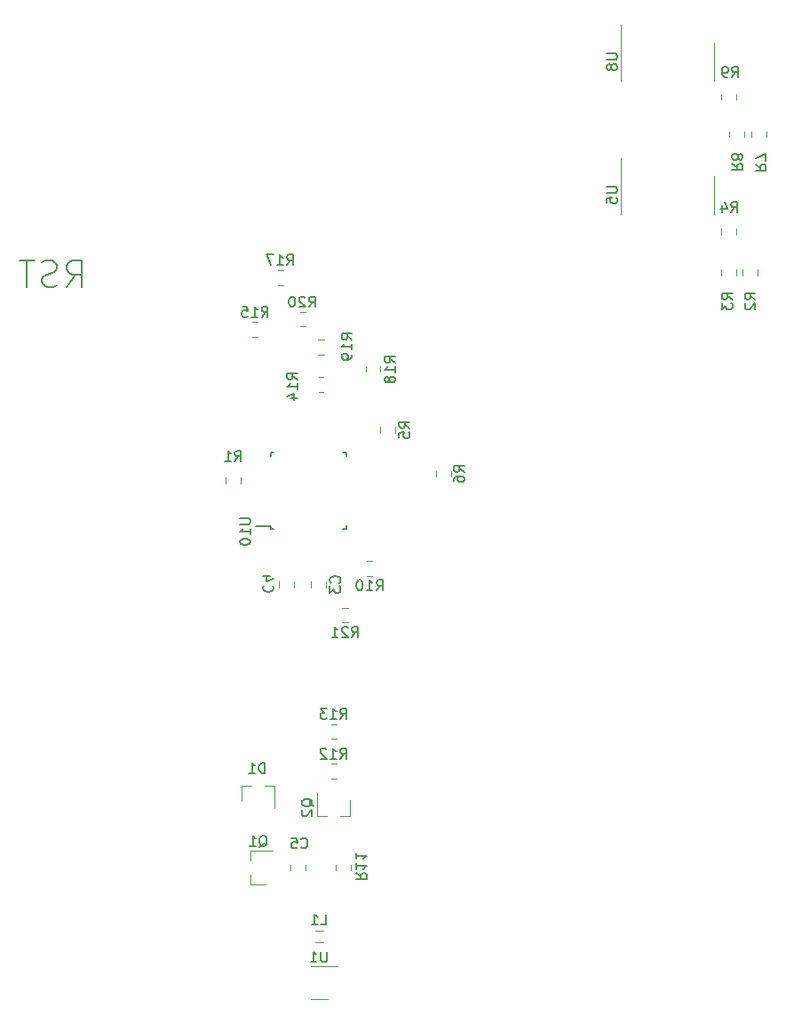
<source format=gbr>
G04 #@! TF.GenerationSoftware,KiCad,Pcbnew,(5.99.0-6545-gfc5120553)*
G04 #@! TF.CreationDate,2020-10-25T16:43:41-04:00*
G04 #@! TF.ProjectId,imperializer,696d7065-7269-4616-9c69-7a65722e6b69,1.22*
G04 #@! TF.SameCoordinates,Original*
G04 #@! TF.FileFunction,Legend,Bot*
G04 #@! TF.FilePolarity,Positive*
%FSLAX46Y46*%
G04 Gerber Fmt 4.6, Leading zero omitted, Abs format (unit mm)*
G04 Created by KiCad (PCBNEW (5.99.0-6545-gfc5120553)) date 2020-10-25 16:43:41*
%MOMM*%
%LPD*%
G01*
G04 APERTURE LIST*
%ADD10C,0.150000*%
%ADD11C,0.120000*%
G04 APERTURE END LIST*
D10*
X73569047Y-55730952D02*
X74402380Y-54540476D01*
X74997619Y-55730952D02*
X74997619Y-53230952D01*
X74045238Y-53230952D01*
X73807142Y-53350000D01*
X73688095Y-53469047D01*
X73569047Y-53707142D01*
X73569047Y-54064285D01*
X73688095Y-54302380D01*
X73807142Y-54421428D01*
X74045238Y-54540476D01*
X74997619Y-54540476D01*
X72616666Y-55611904D02*
X72259523Y-55730952D01*
X71664285Y-55730952D01*
X71426190Y-55611904D01*
X71307142Y-55492857D01*
X71188095Y-55254761D01*
X71188095Y-55016666D01*
X71307142Y-54778571D01*
X71426190Y-54659523D01*
X71664285Y-54540476D01*
X72140476Y-54421428D01*
X72378571Y-54302380D01*
X72497619Y-54183333D01*
X72616666Y-53945238D01*
X72616666Y-53707142D01*
X72497619Y-53469047D01*
X72378571Y-53350000D01*
X72140476Y-53230952D01*
X71545238Y-53230952D01*
X71188095Y-53350000D01*
X70473809Y-53230952D02*
X69045238Y-53230952D01*
X69759523Y-55730952D02*
X69759523Y-53230952D01*
X92130357Y-58602380D02*
X92463690Y-58126190D01*
X92701785Y-58602380D02*
X92701785Y-57602380D01*
X92320833Y-57602380D01*
X92225595Y-57650000D01*
X92177976Y-57697619D01*
X92130357Y-57792857D01*
X92130357Y-57935714D01*
X92177976Y-58030952D01*
X92225595Y-58078571D01*
X92320833Y-58126190D01*
X92701785Y-58126190D01*
X91177976Y-58602380D02*
X91749404Y-58602380D01*
X91463690Y-58602380D02*
X91463690Y-57602380D01*
X91558928Y-57745238D01*
X91654166Y-57840476D01*
X91749404Y-57888095D01*
X90273214Y-57602380D02*
X90749404Y-57602380D01*
X90797023Y-58078571D01*
X90749404Y-58030952D01*
X90654166Y-57983333D01*
X90416071Y-57983333D01*
X90320833Y-58030952D01*
X90273214Y-58078571D01*
X90225595Y-58173809D01*
X90225595Y-58411904D01*
X90273214Y-58507142D01*
X90320833Y-58554761D01*
X90416071Y-58602380D01*
X90654166Y-58602380D01*
X90749404Y-58554761D01*
X90797023Y-58507142D01*
X95552380Y-64557142D02*
X95076190Y-64223809D01*
X95552380Y-63985714D02*
X94552380Y-63985714D01*
X94552380Y-64366666D01*
X94600000Y-64461904D01*
X94647619Y-64509523D01*
X94742857Y-64557142D01*
X94885714Y-64557142D01*
X94980952Y-64509523D01*
X95028571Y-64461904D01*
X95076190Y-64366666D01*
X95076190Y-63985714D01*
X95552380Y-65509523D02*
X95552380Y-64938095D01*
X95552380Y-65223809D02*
X94552380Y-65223809D01*
X94695238Y-65128571D01*
X94790476Y-65033333D01*
X94838095Y-64938095D01*
X94885714Y-66366666D02*
X95552380Y-66366666D01*
X94504761Y-66128571D02*
X95219047Y-65890476D01*
X95219047Y-66509523D01*
X98361904Y-119052380D02*
X98361904Y-119861904D01*
X98314285Y-119957142D01*
X98266666Y-120004761D01*
X98171428Y-120052380D01*
X97980952Y-120052380D01*
X97885714Y-120004761D01*
X97838095Y-119957142D01*
X97790476Y-119861904D01*
X97790476Y-119052380D01*
X96790476Y-120052380D02*
X97361904Y-120052380D01*
X97076190Y-120052380D02*
X97076190Y-119052380D01*
X97171428Y-119195238D01*
X97266666Y-119290476D01*
X97361904Y-119338095D01*
X97766666Y-116502380D02*
X98242857Y-116502380D01*
X98242857Y-115502380D01*
X96909523Y-116502380D02*
X97480952Y-116502380D01*
X97195238Y-116502380D02*
X97195238Y-115502380D01*
X97290476Y-115645238D01*
X97385714Y-115740476D01*
X97480952Y-115788095D01*
X139187180Y-56932533D02*
X138710990Y-56599200D01*
X139187180Y-56361104D02*
X138187180Y-56361104D01*
X138187180Y-56742057D01*
X138234800Y-56837295D01*
X138282419Y-56884914D01*
X138377657Y-56932533D01*
X138520514Y-56932533D01*
X138615752Y-56884914D01*
X138663371Y-56837295D01*
X138710990Y-56742057D01*
X138710990Y-56361104D01*
X138282419Y-57313485D02*
X138234800Y-57361104D01*
X138187180Y-57456342D01*
X138187180Y-57694438D01*
X138234800Y-57789676D01*
X138282419Y-57837295D01*
X138377657Y-57884914D01*
X138472895Y-57884914D01*
X138615752Y-57837295D01*
X139187180Y-57265866D01*
X139187180Y-57884914D01*
X136866666Y-48652380D02*
X137200000Y-48176190D01*
X137438095Y-48652380D02*
X137438095Y-47652380D01*
X137057142Y-47652380D01*
X136961904Y-47700000D01*
X136914285Y-47747619D01*
X136866666Y-47842857D01*
X136866666Y-47985714D01*
X136914285Y-48080952D01*
X136961904Y-48128571D01*
X137057142Y-48176190D01*
X137438095Y-48176190D01*
X136009523Y-47985714D02*
X136009523Y-48652380D01*
X136247619Y-47604761D02*
X136485714Y-48319047D01*
X135866666Y-48319047D01*
X137002780Y-56932533D02*
X136526590Y-56599200D01*
X137002780Y-56361104D02*
X136002780Y-56361104D01*
X136002780Y-56742057D01*
X136050400Y-56837295D01*
X136098019Y-56884914D01*
X136193257Y-56932533D01*
X136336114Y-56932533D01*
X136431352Y-56884914D01*
X136478971Y-56837295D01*
X136526590Y-56742057D01*
X136526590Y-56361104D01*
X136002780Y-57265866D02*
X136002780Y-57884914D01*
X136383733Y-57551580D01*
X136383733Y-57694438D01*
X136431352Y-57789676D01*
X136478971Y-57837295D01*
X136574209Y-57884914D01*
X136812304Y-57884914D01*
X136907542Y-57837295D01*
X136955161Y-57789676D01*
X137002780Y-57694438D01*
X137002780Y-57408723D01*
X136955161Y-57313485D01*
X136907542Y-57265866D01*
X125012380Y-33528095D02*
X125821904Y-33528095D01*
X125917142Y-33575714D01*
X125964761Y-33623333D01*
X126012380Y-33718571D01*
X126012380Y-33909047D01*
X125964761Y-34004285D01*
X125917142Y-34051904D01*
X125821904Y-34099523D01*
X125012380Y-34099523D01*
X125440952Y-34718571D02*
X125393333Y-34623333D01*
X125345714Y-34575714D01*
X125250476Y-34528095D01*
X125202857Y-34528095D01*
X125107619Y-34575714D01*
X125060000Y-34623333D01*
X125012380Y-34718571D01*
X125012380Y-34909047D01*
X125060000Y-35004285D01*
X125107619Y-35051904D01*
X125202857Y-35099523D01*
X125250476Y-35099523D01*
X125345714Y-35051904D01*
X125393333Y-35004285D01*
X125440952Y-34909047D01*
X125440952Y-34718571D01*
X125488571Y-34623333D01*
X125536190Y-34575714D01*
X125631428Y-34528095D01*
X125821904Y-34528095D01*
X125917142Y-34575714D01*
X125964761Y-34623333D01*
X126012380Y-34718571D01*
X126012380Y-34909047D01*
X125964761Y-35004285D01*
X125917142Y-35051904D01*
X125821904Y-35099523D01*
X125631428Y-35099523D01*
X125536190Y-35051904D01*
X125488571Y-35004285D01*
X125440952Y-34909047D01*
X136966666Y-35752380D02*
X137300000Y-35276190D01*
X137538095Y-35752380D02*
X137538095Y-34752380D01*
X137157142Y-34752380D01*
X137061904Y-34800000D01*
X137014285Y-34847619D01*
X136966666Y-34942857D01*
X136966666Y-35085714D01*
X137014285Y-35180952D01*
X137061904Y-35228571D01*
X137157142Y-35276190D01*
X137538095Y-35276190D01*
X136490476Y-35752380D02*
X136300000Y-35752380D01*
X136204761Y-35704761D01*
X136157142Y-35657142D01*
X136061904Y-35514285D01*
X136014285Y-35323809D01*
X136014285Y-34942857D01*
X136061904Y-34847619D01*
X136109523Y-34800000D01*
X136204761Y-34752380D01*
X136395238Y-34752380D01*
X136490476Y-34800000D01*
X136538095Y-34847619D01*
X136585714Y-34942857D01*
X136585714Y-35180952D01*
X136538095Y-35276190D01*
X136490476Y-35323809D01*
X136395238Y-35371428D01*
X136204761Y-35371428D01*
X136109523Y-35323809D01*
X136061904Y-35276190D01*
X136014285Y-35180952D01*
X136961619Y-44007066D02*
X137437809Y-44340400D01*
X136961619Y-44578495D02*
X137961619Y-44578495D01*
X137961619Y-44197542D01*
X137914000Y-44102304D01*
X137866380Y-44054685D01*
X137771142Y-44007066D01*
X137628285Y-44007066D01*
X137533047Y-44054685D01*
X137485428Y-44102304D01*
X137437809Y-44197542D01*
X137437809Y-44578495D01*
X137533047Y-43435638D02*
X137580666Y-43530876D01*
X137628285Y-43578495D01*
X137723523Y-43626114D01*
X137771142Y-43626114D01*
X137866380Y-43578495D01*
X137914000Y-43530876D01*
X137961619Y-43435638D01*
X137961619Y-43245161D01*
X137914000Y-43149923D01*
X137866380Y-43102304D01*
X137771142Y-43054685D01*
X137723523Y-43054685D01*
X137628285Y-43102304D01*
X137580666Y-43149923D01*
X137533047Y-43245161D01*
X137533047Y-43435638D01*
X137485428Y-43530876D01*
X137437809Y-43578495D01*
X137342571Y-43626114D01*
X137152095Y-43626114D01*
X137056857Y-43578495D01*
X137009238Y-43530876D01*
X136961619Y-43435638D01*
X136961619Y-43245161D01*
X137009238Y-43149923D01*
X137056857Y-43102304D01*
X137152095Y-43054685D01*
X137342571Y-43054685D01*
X137437809Y-43102304D01*
X137485428Y-43149923D01*
X137533047Y-43245161D01*
X125012380Y-46228095D02*
X125821904Y-46228095D01*
X125917142Y-46275714D01*
X125964761Y-46323333D01*
X126012380Y-46418571D01*
X126012380Y-46609047D01*
X125964761Y-46704285D01*
X125917142Y-46751904D01*
X125821904Y-46799523D01*
X125012380Y-46799523D01*
X125012380Y-47751904D02*
X125012380Y-47275714D01*
X125488571Y-47228095D01*
X125440952Y-47275714D01*
X125393333Y-47370952D01*
X125393333Y-47609047D01*
X125440952Y-47704285D01*
X125488571Y-47751904D01*
X125583809Y-47799523D01*
X125821904Y-47799523D01*
X125917142Y-47751904D01*
X125964761Y-47704285D01*
X126012380Y-47609047D01*
X126012380Y-47370952D01*
X125964761Y-47275714D01*
X125917142Y-47228095D01*
X139196819Y-44057866D02*
X139673009Y-44391200D01*
X139196819Y-44629295D02*
X140196819Y-44629295D01*
X140196819Y-44248342D01*
X140149200Y-44153104D01*
X140101580Y-44105485D01*
X140006342Y-44057866D01*
X139863485Y-44057866D01*
X139768247Y-44105485D01*
X139720628Y-44153104D01*
X139673009Y-44248342D01*
X139673009Y-44629295D01*
X140196819Y-43724533D02*
X140196819Y-43057866D01*
X139196819Y-43486438D01*
X103083357Y-84652380D02*
X103416690Y-84176190D01*
X103654785Y-84652380D02*
X103654785Y-83652380D01*
X103273833Y-83652380D01*
X103178595Y-83700000D01*
X103130976Y-83747619D01*
X103083357Y-83842857D01*
X103083357Y-83985714D01*
X103130976Y-84080952D01*
X103178595Y-84128571D01*
X103273833Y-84176190D01*
X103654785Y-84176190D01*
X102130976Y-84652380D02*
X102702404Y-84652380D01*
X102416690Y-84652380D02*
X102416690Y-83652380D01*
X102511928Y-83795238D01*
X102607166Y-83890476D01*
X102702404Y-83938095D01*
X101511928Y-83652380D02*
X101416690Y-83652380D01*
X101321452Y-83700000D01*
X101273833Y-83747619D01*
X101226214Y-83842857D01*
X101178595Y-84033333D01*
X101178595Y-84271428D01*
X101226214Y-84461904D01*
X101273833Y-84557142D01*
X101321452Y-84604761D01*
X101416690Y-84652380D01*
X101511928Y-84652380D01*
X101607166Y-84604761D01*
X101654785Y-84557142D01*
X101702404Y-84461904D01*
X101750023Y-84271428D01*
X101750023Y-84033333D01*
X101702404Y-83842857D01*
X101654785Y-83747619D01*
X101607166Y-83700000D01*
X101511928Y-83652380D01*
X101125369Y-111565857D02*
X101601559Y-111899190D01*
X101125369Y-112137285D02*
X102125369Y-112137285D01*
X102125369Y-111756333D01*
X102077750Y-111661095D01*
X102030130Y-111613476D01*
X101934892Y-111565857D01*
X101792035Y-111565857D01*
X101696797Y-111613476D01*
X101649178Y-111661095D01*
X101601559Y-111756333D01*
X101601559Y-112137285D01*
X101125369Y-110613476D02*
X101125369Y-111184904D01*
X101125369Y-110899190D02*
X102125369Y-110899190D01*
X101982511Y-110994428D01*
X101887273Y-111089666D01*
X101839654Y-111184904D01*
X101125369Y-109661095D02*
X101125369Y-110232523D01*
X101125369Y-109946809D02*
X102125369Y-109946809D01*
X101982511Y-110042047D01*
X101887273Y-110137285D01*
X101839654Y-110232523D01*
X89574666Y-72334380D02*
X89908000Y-71858190D01*
X90146095Y-72334380D02*
X90146095Y-71334380D01*
X89765142Y-71334380D01*
X89669904Y-71382000D01*
X89622285Y-71429619D01*
X89574666Y-71524857D01*
X89574666Y-71667714D01*
X89622285Y-71762952D01*
X89669904Y-71810571D01*
X89765142Y-71858190D01*
X90146095Y-71858190D01*
X88622285Y-72334380D02*
X89193714Y-72334380D01*
X88908000Y-72334380D02*
X88908000Y-71334380D01*
X89003238Y-71477238D01*
X89098476Y-71572476D01*
X89193714Y-71620095D01*
X99626657Y-100681780D02*
X99959990Y-100205590D01*
X100198085Y-100681780D02*
X100198085Y-99681780D01*
X99817133Y-99681780D01*
X99721895Y-99729400D01*
X99674276Y-99777019D01*
X99626657Y-99872257D01*
X99626657Y-100015114D01*
X99674276Y-100110352D01*
X99721895Y-100157971D01*
X99817133Y-100205590D01*
X100198085Y-100205590D01*
X98674276Y-100681780D02*
X99245704Y-100681780D01*
X98959990Y-100681780D02*
X98959990Y-99681780D01*
X99055228Y-99824638D01*
X99150466Y-99919876D01*
X99245704Y-99967495D01*
X98293323Y-99777019D02*
X98245704Y-99729400D01*
X98150466Y-99681780D01*
X97912371Y-99681780D01*
X97817133Y-99729400D01*
X97769514Y-99777019D01*
X97721895Y-99872257D01*
X97721895Y-99967495D01*
X97769514Y-100110352D01*
X98340942Y-100681780D01*
X97721895Y-100681780D01*
X99626657Y-96897180D02*
X99959990Y-96420990D01*
X100198085Y-96897180D02*
X100198085Y-95897180D01*
X99817133Y-95897180D01*
X99721895Y-95944800D01*
X99674276Y-95992419D01*
X99626657Y-96087657D01*
X99626657Y-96230514D01*
X99674276Y-96325752D01*
X99721895Y-96373371D01*
X99817133Y-96420990D01*
X100198085Y-96420990D01*
X98674276Y-96897180D02*
X99245704Y-96897180D01*
X98959990Y-96897180D02*
X98959990Y-95897180D01*
X99055228Y-96040038D01*
X99150466Y-96135276D01*
X99245704Y-96182895D01*
X98340942Y-95897180D02*
X97721895Y-95897180D01*
X98055228Y-96278133D01*
X97912371Y-96278133D01*
X97817133Y-96325752D01*
X97769514Y-96373371D01*
X97721895Y-96468609D01*
X97721895Y-96706704D01*
X97769514Y-96801942D01*
X97817133Y-96849561D01*
X97912371Y-96897180D01*
X98198085Y-96897180D01*
X98293323Y-96849561D01*
X98340942Y-96801942D01*
X92432095Y-102052380D02*
X92432095Y-101052380D01*
X92194000Y-101052380D01*
X92051142Y-101100000D01*
X91955904Y-101195238D01*
X91908285Y-101290476D01*
X91860666Y-101480952D01*
X91860666Y-101623809D01*
X91908285Y-101814285D01*
X91955904Y-101909523D01*
X92051142Y-102004761D01*
X92194000Y-102052380D01*
X92432095Y-102052380D01*
X90908285Y-102052380D02*
X91479714Y-102052380D01*
X91194000Y-102052380D02*
X91194000Y-101052380D01*
X91289238Y-101195238D01*
X91384476Y-101290476D01*
X91479714Y-101338095D01*
X95902416Y-109121142D02*
X95950035Y-109168761D01*
X96092892Y-109216380D01*
X96188130Y-109216380D01*
X96330988Y-109168761D01*
X96426226Y-109073523D01*
X96473845Y-108978285D01*
X96521464Y-108787809D01*
X96521464Y-108644952D01*
X96473845Y-108454476D01*
X96426226Y-108359238D01*
X96330988Y-108264000D01*
X96188130Y-108216380D01*
X96092892Y-108216380D01*
X95950035Y-108264000D01*
X95902416Y-108311619D01*
X94997654Y-108216380D02*
X95473845Y-108216380D01*
X95521464Y-108692571D01*
X95473845Y-108644952D01*
X95378607Y-108597333D01*
X95140511Y-108597333D01*
X95045273Y-108644952D01*
X94997654Y-108692571D01*
X94950035Y-108787809D01*
X94950035Y-109025904D01*
X94997654Y-109121142D01*
X95045273Y-109168761D01*
X95140511Y-109216380D01*
X95378607Y-109216380D01*
X95473845Y-109168761D01*
X95521464Y-109121142D01*
X94542857Y-53652380D02*
X94876190Y-53176190D01*
X95114285Y-53652380D02*
X95114285Y-52652380D01*
X94733333Y-52652380D01*
X94638095Y-52700000D01*
X94590476Y-52747619D01*
X94542857Y-52842857D01*
X94542857Y-52985714D01*
X94590476Y-53080952D01*
X94638095Y-53128571D01*
X94733333Y-53176190D01*
X95114285Y-53176190D01*
X93590476Y-53652380D02*
X94161904Y-53652380D01*
X93876190Y-53652380D02*
X93876190Y-52652380D01*
X93971428Y-52795238D01*
X94066666Y-52890476D01*
X94161904Y-52938095D01*
X93257142Y-52652380D02*
X92590476Y-52652380D01*
X93019047Y-53652380D01*
X99543142Y-83907333D02*
X99590761Y-83859714D01*
X99638380Y-83716857D01*
X99638380Y-83621619D01*
X99590761Y-83478761D01*
X99495523Y-83383523D01*
X99400285Y-83335904D01*
X99209809Y-83288285D01*
X99066952Y-83288285D01*
X98876476Y-83335904D01*
X98781238Y-83383523D01*
X98686000Y-83478761D01*
X98638380Y-83621619D01*
X98638380Y-83716857D01*
X98686000Y-83859714D01*
X98733619Y-83907333D01*
X98638380Y-84240666D02*
X98638380Y-84859714D01*
X99019333Y-84526380D01*
X99019333Y-84669238D01*
X99066952Y-84764476D01*
X99114571Y-84812095D01*
X99209809Y-84859714D01*
X99447904Y-84859714D01*
X99543142Y-84812095D01*
X99590761Y-84764476D01*
X99638380Y-84669238D01*
X99638380Y-84383523D01*
X99590761Y-84288285D01*
X99543142Y-84240666D01*
X92342857Y-84166666D02*
X92295238Y-84214285D01*
X92247619Y-84357142D01*
X92247619Y-84452380D01*
X92295238Y-84595238D01*
X92390476Y-84690476D01*
X92485714Y-84738095D01*
X92676190Y-84785714D01*
X92819047Y-84785714D01*
X93009523Y-84738095D01*
X93104761Y-84690476D01*
X93200000Y-84595238D01*
X93247619Y-84452380D01*
X93247619Y-84357142D01*
X93200000Y-84214285D01*
X93152380Y-84166666D01*
X92914285Y-83309523D02*
X92247619Y-83309523D01*
X93295238Y-83547619D02*
X92580952Y-83785714D01*
X92580952Y-83166666D01*
X91893988Y-109097619D02*
X91989226Y-109050000D01*
X92084464Y-108954761D01*
X92227321Y-108811904D01*
X92322559Y-108764285D01*
X92417797Y-108764285D01*
X92370178Y-109002380D02*
X92465416Y-108954761D01*
X92560654Y-108859523D01*
X92608273Y-108669047D01*
X92608273Y-108335714D01*
X92560654Y-108145238D01*
X92465416Y-108050000D01*
X92370178Y-108002380D01*
X92179702Y-108002380D01*
X92084464Y-108050000D01*
X91989226Y-108145238D01*
X91941607Y-108335714D01*
X91941607Y-108669047D01*
X91989226Y-108859523D01*
X92084464Y-108954761D01*
X92179702Y-109002380D01*
X92370178Y-109002380D01*
X90989226Y-109002380D02*
X91560654Y-109002380D01*
X91274940Y-109002380D02*
X91274940Y-108002380D01*
X91370178Y-108145238D01*
X91465416Y-108240476D01*
X91560654Y-108288095D01*
X97031419Y-105238561D02*
X96983800Y-105143323D01*
X96888561Y-105048085D01*
X96745704Y-104905228D01*
X96698085Y-104809990D01*
X96698085Y-104714752D01*
X96936180Y-104762371D02*
X96888561Y-104667133D01*
X96793323Y-104571895D01*
X96602847Y-104524276D01*
X96269514Y-104524276D01*
X96079038Y-104571895D01*
X95983800Y-104667133D01*
X95936180Y-104762371D01*
X95936180Y-104952847D01*
X95983800Y-105048085D01*
X96079038Y-105143323D01*
X96269514Y-105190942D01*
X96602847Y-105190942D01*
X96793323Y-105143323D01*
X96888561Y-105048085D01*
X96936180Y-104952847D01*
X96936180Y-104762371D01*
X96031419Y-105571895D02*
X95983800Y-105619514D01*
X95936180Y-105714752D01*
X95936180Y-105952847D01*
X95983800Y-106048085D01*
X96031419Y-106095704D01*
X96126657Y-106143323D01*
X96221895Y-106143323D01*
X96364752Y-106095704D01*
X96936180Y-105524276D01*
X96936180Y-106143323D01*
X111450380Y-73366333D02*
X110974190Y-73033000D01*
X111450380Y-72794904D02*
X110450380Y-72794904D01*
X110450380Y-73175857D01*
X110498000Y-73271095D01*
X110545619Y-73318714D01*
X110640857Y-73366333D01*
X110783714Y-73366333D01*
X110878952Y-73318714D01*
X110926571Y-73271095D01*
X110974190Y-73175857D01*
X110974190Y-72794904D01*
X110450380Y-74223476D02*
X110450380Y-74033000D01*
X110498000Y-73937761D01*
X110545619Y-73890142D01*
X110688476Y-73794904D01*
X110878952Y-73747285D01*
X111259904Y-73747285D01*
X111355142Y-73794904D01*
X111402761Y-73842523D01*
X111450380Y-73937761D01*
X111450380Y-74128238D01*
X111402761Y-74223476D01*
X111355142Y-74271095D01*
X111259904Y-74318714D01*
X111021809Y-74318714D01*
X110926571Y-74271095D01*
X110878952Y-74223476D01*
X110831333Y-74128238D01*
X110831333Y-73937761D01*
X110878952Y-73842523D01*
X110926571Y-73794904D01*
X111021809Y-73747285D01*
X104845380Y-62935642D02*
X104369190Y-62602309D01*
X104845380Y-62364214D02*
X103845380Y-62364214D01*
X103845380Y-62745166D01*
X103893000Y-62840404D01*
X103940619Y-62888023D01*
X104035857Y-62935642D01*
X104178714Y-62935642D01*
X104273952Y-62888023D01*
X104321571Y-62840404D01*
X104369190Y-62745166D01*
X104369190Y-62364214D01*
X104845380Y-63888023D02*
X104845380Y-63316595D01*
X104845380Y-63602309D02*
X103845380Y-63602309D01*
X103988238Y-63507071D01*
X104083476Y-63411833D01*
X104131095Y-63316595D01*
X104273952Y-64459452D02*
X104226333Y-64364214D01*
X104178714Y-64316595D01*
X104083476Y-64268976D01*
X104035857Y-64268976D01*
X103940619Y-64316595D01*
X103893000Y-64364214D01*
X103845380Y-64459452D01*
X103845380Y-64649928D01*
X103893000Y-64745166D01*
X103940619Y-64792785D01*
X104035857Y-64840404D01*
X104083476Y-64840404D01*
X104178714Y-64792785D01*
X104226333Y-64745166D01*
X104273952Y-64649928D01*
X104273952Y-64459452D01*
X104321571Y-64364214D01*
X104369190Y-64316595D01*
X104464428Y-64268976D01*
X104654904Y-64268976D01*
X104750142Y-64316595D01*
X104797761Y-64364214D01*
X104845380Y-64459452D01*
X104845380Y-64649928D01*
X104797761Y-64745166D01*
X104750142Y-64792785D01*
X104654904Y-64840404D01*
X104464428Y-64840404D01*
X104369190Y-64792785D01*
X104321571Y-64745166D01*
X104273952Y-64649928D01*
X100752380Y-60757142D02*
X100276190Y-60423809D01*
X100752380Y-60185714D02*
X99752380Y-60185714D01*
X99752380Y-60566666D01*
X99800000Y-60661904D01*
X99847619Y-60709523D01*
X99942857Y-60757142D01*
X100085714Y-60757142D01*
X100180952Y-60709523D01*
X100228571Y-60661904D01*
X100276190Y-60566666D01*
X100276190Y-60185714D01*
X100752380Y-61709523D02*
X100752380Y-61138095D01*
X100752380Y-61423809D02*
X99752380Y-61423809D01*
X99895238Y-61328571D01*
X99990476Y-61233333D01*
X100038095Y-61138095D01*
X100752380Y-62185714D02*
X100752380Y-62376190D01*
X100704761Y-62471428D01*
X100657142Y-62519047D01*
X100514285Y-62614285D01*
X100323809Y-62661904D01*
X99942857Y-62661904D01*
X99847619Y-62614285D01*
X99800000Y-62566666D01*
X99752380Y-62471428D01*
X99752380Y-62280952D01*
X99800000Y-62185714D01*
X99847619Y-62138095D01*
X99942857Y-62090476D01*
X100180952Y-62090476D01*
X100276190Y-62138095D01*
X100323809Y-62185714D01*
X100371428Y-62280952D01*
X100371428Y-62471428D01*
X100323809Y-62566666D01*
X100276190Y-62614285D01*
X100180952Y-62661904D01*
X96642857Y-57652380D02*
X96976190Y-57176190D01*
X97214285Y-57652380D02*
X97214285Y-56652380D01*
X96833333Y-56652380D01*
X96738095Y-56700000D01*
X96690476Y-56747619D01*
X96642857Y-56842857D01*
X96642857Y-56985714D01*
X96690476Y-57080952D01*
X96738095Y-57128571D01*
X96833333Y-57176190D01*
X97214285Y-57176190D01*
X96261904Y-56747619D02*
X96214285Y-56700000D01*
X96119047Y-56652380D01*
X95880952Y-56652380D01*
X95785714Y-56700000D01*
X95738095Y-56747619D01*
X95690476Y-56842857D01*
X95690476Y-56938095D01*
X95738095Y-57080952D01*
X96309523Y-57652380D01*
X95690476Y-57652380D01*
X95071428Y-56652380D02*
X94976190Y-56652380D01*
X94880952Y-56700000D01*
X94833333Y-56747619D01*
X94785714Y-56842857D01*
X94738095Y-57033333D01*
X94738095Y-57271428D01*
X94785714Y-57461904D01*
X94833333Y-57557142D01*
X94880952Y-57604761D01*
X94976190Y-57652380D01*
X95071428Y-57652380D01*
X95166666Y-57604761D01*
X95214285Y-57557142D01*
X95261904Y-57461904D01*
X95309523Y-57271428D01*
X95309523Y-57033333D01*
X95261904Y-56842857D01*
X95214285Y-56747619D01*
X95166666Y-56700000D01*
X95071428Y-56652380D01*
X100718857Y-89098380D02*
X101052190Y-88622190D01*
X101290285Y-89098380D02*
X101290285Y-88098380D01*
X100909333Y-88098380D01*
X100814095Y-88146000D01*
X100766476Y-88193619D01*
X100718857Y-88288857D01*
X100718857Y-88431714D01*
X100766476Y-88526952D01*
X100814095Y-88574571D01*
X100909333Y-88622190D01*
X101290285Y-88622190D01*
X100337904Y-88193619D02*
X100290285Y-88146000D01*
X100195047Y-88098380D01*
X99956952Y-88098380D01*
X99861714Y-88146000D01*
X99814095Y-88193619D01*
X99766476Y-88288857D01*
X99766476Y-88384095D01*
X99814095Y-88526952D01*
X100385523Y-89098380D01*
X99766476Y-89098380D01*
X98814095Y-89098380D02*
X99385523Y-89098380D01*
X99099809Y-89098380D02*
X99099809Y-88098380D01*
X99195047Y-88241238D01*
X99290285Y-88336476D01*
X99385523Y-88384095D01*
X106242380Y-69175333D02*
X105766190Y-68842000D01*
X106242380Y-68603904D02*
X105242380Y-68603904D01*
X105242380Y-68984857D01*
X105290000Y-69080095D01*
X105337619Y-69127714D01*
X105432857Y-69175333D01*
X105575714Y-69175333D01*
X105670952Y-69127714D01*
X105718571Y-69080095D01*
X105766190Y-68984857D01*
X105766190Y-68603904D01*
X105242380Y-70080095D02*
X105242380Y-69603904D01*
X105718571Y-69556285D01*
X105670952Y-69603904D01*
X105623333Y-69699142D01*
X105623333Y-69937238D01*
X105670952Y-70032476D01*
X105718571Y-70080095D01*
X105813809Y-70127714D01*
X106051904Y-70127714D01*
X106147142Y-70080095D01*
X106194761Y-70032476D01*
X106242380Y-69937238D01*
X106242380Y-69699142D01*
X106194761Y-69603904D01*
X106147142Y-69556285D01*
X90052380Y-77761904D02*
X90861904Y-77761904D01*
X90957142Y-77809523D01*
X91004761Y-77857142D01*
X91052380Y-77952380D01*
X91052380Y-78142857D01*
X91004761Y-78238095D01*
X90957142Y-78285714D01*
X90861904Y-78333333D01*
X90052380Y-78333333D01*
X91052380Y-79333333D02*
X91052380Y-78761904D01*
X91052380Y-79047619D02*
X90052380Y-79047619D01*
X90195238Y-78952380D01*
X90290476Y-78857142D01*
X90338095Y-78761904D01*
X90052380Y-79952380D02*
X90052380Y-80047619D01*
X90100000Y-80142857D01*
X90147619Y-80190476D01*
X90242857Y-80238095D01*
X90433333Y-80285714D01*
X90671428Y-80285714D01*
X90861904Y-80238095D01*
X90957142Y-80190476D01*
X91004761Y-80142857D01*
X91052380Y-80047619D01*
X91052380Y-79952380D01*
X91004761Y-79857142D01*
X90957142Y-79809523D01*
X90861904Y-79761904D01*
X90671428Y-79714285D01*
X90433333Y-79714285D01*
X90242857Y-79761904D01*
X90147619Y-79809523D01*
X90100000Y-79857142D01*
X90052380Y-79952380D01*
D11*
X91714564Y-60535000D02*
X91260436Y-60535000D01*
X91714564Y-59065000D02*
X91260436Y-59065000D01*
X98027064Y-65735000D02*
X97572936Y-65735000D01*
X98027064Y-64265000D02*
X97572936Y-64265000D01*
X97600000Y-120440000D02*
X99400000Y-120440000D01*
X97600000Y-120440000D02*
X96800000Y-120440000D01*
X97600000Y-123560000D02*
X98400000Y-123560000D01*
X97600000Y-123560000D02*
X96800000Y-123560000D01*
X97999622Y-118160000D02*
X97200378Y-118160000D01*
X97999622Y-117040000D02*
X97200378Y-117040000D01*
X137974000Y-54097422D02*
X137974000Y-54614578D01*
X139394000Y-54097422D02*
X139394000Y-54614578D01*
X135942000Y-50208922D02*
X135942000Y-50726078D01*
X137362000Y-50208922D02*
X137362000Y-50726078D01*
X137362000Y-54097422D02*
X137362000Y-54614578D01*
X135942000Y-54097422D02*
X135942000Y-54614578D01*
X135285000Y-32435700D02*
X135285000Y-36144300D01*
X126335000Y-30765000D02*
X126335000Y-36148600D01*
X135942000Y-37411922D02*
X135942000Y-37929078D01*
X137362000Y-37411922D02*
X137362000Y-37929078D01*
X138124000Y-40963322D02*
X138124000Y-41480478D01*
X136704000Y-40963322D02*
X136704000Y-41480478D01*
X135285000Y-45135700D02*
X135285000Y-48844300D01*
X126335000Y-43465000D02*
X126335000Y-48848600D01*
X138837600Y-40963322D02*
X138837600Y-41480478D01*
X140257600Y-40963322D02*
X140257600Y-41480478D01*
X102181922Y-83260000D02*
X102699078Y-83260000D01*
X102181922Y-81840000D02*
X102699078Y-81840000D01*
X99216750Y-110791422D02*
X99216750Y-111308578D01*
X100636750Y-110791422D02*
X100636750Y-111308578D01*
X90118000Y-74426578D02*
X90118000Y-73909422D01*
X88698000Y-74426578D02*
X88698000Y-73909422D01*
X99242378Y-101169400D02*
X98725222Y-101169400D01*
X99242378Y-102589400D02*
X98725222Y-102589400D01*
X99242378Y-98804800D02*
X98725222Y-98804800D01*
X99242378Y-97384800D02*
X98725222Y-97384800D01*
X90180000Y-103218200D02*
X91110000Y-103218200D01*
X93340000Y-103218200D02*
X92410000Y-103218200D01*
X93340000Y-103218200D02*
X93340000Y-105378200D01*
X90180000Y-103218200D02*
X90180000Y-104678200D01*
X94898750Y-111308578D02*
X94898750Y-110791422D01*
X96318750Y-111308578D02*
X96318750Y-110791422D01*
X94236584Y-55570415D02*
X93719428Y-55570415D01*
X94236584Y-54150415D02*
X93719428Y-54150415D01*
X96826000Y-84332578D02*
X96826000Y-83815422D01*
X98246000Y-84332578D02*
X98246000Y-83815422D01*
X93778000Y-83815422D02*
X93778000Y-84332578D01*
X95198000Y-83815422D02*
X95198000Y-84332578D01*
X91038750Y-112630000D02*
X91038750Y-111700000D01*
X91038750Y-112630000D02*
X92498750Y-112630000D01*
X91038750Y-109470000D02*
X93198750Y-109470000D01*
X91038750Y-109470000D02*
X91038750Y-110400000D01*
X97403800Y-106093800D02*
X98333800Y-106093800D01*
X100563800Y-106093800D02*
X99633800Y-106093800D01*
X100563800Y-106093800D02*
X100563800Y-104633800D01*
X97403800Y-106093800D02*
X97403800Y-103933800D01*
X108764000Y-73274422D02*
X108764000Y-73791578D01*
X110184000Y-73274422D02*
X110184000Y-73791578D01*
X103453000Y-63837078D02*
X103453000Y-63319922D01*
X102033000Y-63837078D02*
X102033000Y-63319922D01*
X98048578Y-60758000D02*
X97531422Y-60758000D01*
X98048578Y-62178000D02*
X97531422Y-62178000D01*
X96349078Y-58091000D02*
X95831922Y-58091000D01*
X96349078Y-59511000D02*
X95831922Y-59511000D01*
X100334578Y-86285000D02*
X99817422Y-86285000D01*
X100334578Y-87705000D02*
X99817422Y-87705000D01*
X104850000Y-69600578D02*
X104850000Y-69083422D01*
X103430000Y-69600578D02*
X103430000Y-69083422D01*
D10*
X92975000Y-78768225D02*
X93300000Y-78768225D01*
X100225000Y-71518225D02*
X99900000Y-71518225D01*
X92975000Y-78768225D02*
X92975000Y-78543225D01*
X92975000Y-71518225D02*
X92975000Y-71843225D01*
X92975000Y-71518225D02*
X93300000Y-71518225D01*
X100225000Y-71518225D02*
X100225000Y-71843225D01*
X92975000Y-78543225D02*
X91550000Y-78543225D01*
X100225000Y-78768225D02*
X100225000Y-78443225D01*
X100225000Y-78768225D02*
X99900000Y-78768225D01*
M02*

</source>
